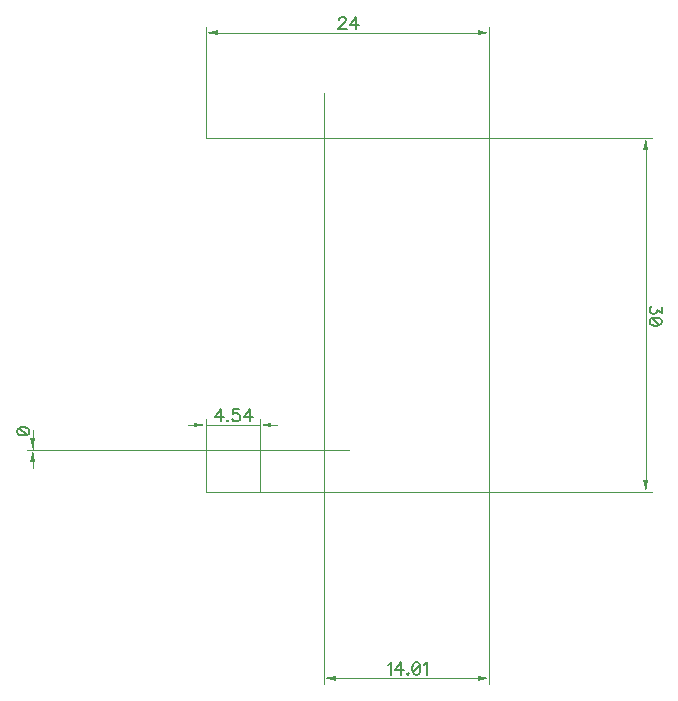
<source format=gbr>
G04 DipTrace 3.3.1.3*
G04 TopDimension.gbr*
%MOMM*%
G04 #@! TF.FileFunction,Drawing,Top*
G04 #@! TF.Part,Single*
%ADD13C,0.035*%
%ADD36C,0.15686*%
%FSLAX35Y35*%
G04*
G71*
G90*
G75*
G01*
G04 TopDimension*
%LPD*%
X0Y3000000D2*
D13*
X3774027D1*
X0Y0D2*
X3774027D1*
X3724027Y1500000D2*
Y2900000D1*
G36*
Y3000000D2*
X3744027Y2900000D1*
X3704027D1*
X3724027Y3000000D1*
G37*
Y1500000D2*
D13*
Y100000D1*
G36*
Y0D2*
X3704027Y100000D1*
X3744027D1*
X3724027Y0D1*
G37*
X0Y3000000D2*
D13*
Y3939600D1*
X2400000Y3000000D2*
Y3939600D1*
X1200000Y3889600D2*
X100000D1*
G36*
X0D2*
X100000Y3909600D1*
Y3869600D1*
X0Y3889600D1*
G37*
X1200000D2*
D13*
X2300000D1*
G36*
X2400000D2*
X2300000Y3869600D1*
Y3909600D1*
X2400000Y3889600D1*
G37*
Y3000000D2*
D13*
Y-1625123D1*
X999273Y3381547D2*
Y-1625123D1*
X1699637Y-1575123D2*
X2300000D1*
G36*
X2400000D2*
X2300000Y-1595123D1*
Y-1555123D1*
X2400000Y-1575123D1*
G37*
X1699637D2*
D13*
X1099273D1*
G36*
X999273D2*
X1099273Y-1555123D1*
Y-1595123D1*
X999273Y-1575123D1*
G37*
X0Y0D2*
D13*
Y618953D1*
X454077Y6333D2*
Y618953D1*
X0Y568953D2*
X454077D1*
X-150000D2*
X-100000D1*
G36*
X0D2*
X-100000Y548953D1*
Y588953D1*
X0Y568953D1*
G37*
X604077D2*
D13*
X554077D1*
G36*
X454077D2*
X554077Y588953D1*
Y548953D1*
X454077Y568953D1*
G37*
X1210267Y356890D2*
D13*
X-1516553D1*
X1210267D2*
X-1516553D1*
X-1466553D2*
D3*
Y506890D2*
Y456890D1*
G36*
Y356890D2*
X-1486553Y456890D1*
X-1446553D1*
X-1466553Y356890D1*
G37*
Y206890D2*
D13*
Y256890D1*
G36*
Y356890D2*
X-1446553Y256890D1*
X-1486553D1*
X-1466553Y356890D1*
G37*
Y524948D2*
D13*
Y356890D1*
X3857017Y1566131D2*
D36*
Y1512785D1*
X3818159Y1541872D1*
Y1527272D1*
X3813330Y1517614D1*
X3808500Y1512785D1*
X3793900Y1507843D1*
X3784242D1*
X3769642Y1512785D1*
X3759871Y1522443D1*
X3755042Y1537043D1*
Y1551643D1*
X3759871Y1566131D1*
X3764813Y1570960D1*
X3774471Y1575902D1*
X3857017Y1447271D2*
X3852188Y1461871D1*
X3837588Y1471641D1*
X3813330Y1476471D1*
X3798730D1*
X3774471Y1471641D1*
X3759871Y1461871D1*
X3755042Y1447271D1*
Y1437612D1*
X3759871Y1423012D1*
X3774471Y1413354D1*
X3798730Y1408412D1*
X3813330D1*
X3837588Y1413354D1*
X3852188Y1423012D1*
X3857017Y1437612D1*
Y1447271D1*
X3837588Y1413354D2*
X3774471Y1471641D1*
X1126625Y3998332D2*
Y4003161D1*
X1131455Y4012932D1*
X1136284Y4017761D1*
X1146055Y4022591D1*
X1165484D1*
X1175142Y4017761D1*
X1179971Y4012932D1*
X1184913Y4003161D1*
Y3993503D1*
X1179971Y3983732D1*
X1170313Y3969245D1*
X1121684Y3920615D1*
X1189742D1*
X1269744D2*
Y4022591D1*
X1221115Y3954645D1*
X1294002D1*
X1545005Y-1461562D2*
X1554776Y-1456620D1*
X1569376Y-1442133D1*
Y-1544108D1*
X1649378D2*
Y-1442133D1*
X1600749Y-1510079D1*
X1673636D1*
X1709838Y-1534337D2*
X1705009Y-1539279D1*
X1709838Y-1544108D1*
X1714780Y-1539279D1*
X1709838Y-1534337D1*
X1775352Y-1442133D2*
X1760752Y-1446962D1*
X1750982Y-1461562D1*
X1746152Y-1485820D1*
Y-1500420D1*
X1750982Y-1524679D1*
X1760752Y-1539279D1*
X1775352Y-1544108D1*
X1785011D1*
X1799611Y-1539279D1*
X1809269Y-1524679D1*
X1814211Y-1500420D1*
Y-1485820D1*
X1809269Y-1461562D1*
X1799611Y-1446962D1*
X1785011Y-1442133D1*
X1775352D1*
X1809269Y-1461562D2*
X1750982Y-1524679D1*
X1845583Y-1461562D2*
X1855354Y-1456620D1*
X1869954Y-1442133D1*
Y-1544108D1*
X124650Y599969D2*
Y701944D1*
X76020Y633998D1*
X148908D1*
X185110Y609739D2*
X180281Y604798D1*
X185110Y599969D1*
X190051Y604798D1*
X185110Y609739D1*
X279712Y701944D2*
X231195D1*
X226365Y658256D1*
X231195Y663086D1*
X245795Y668027D1*
X260282D1*
X274882Y663086D1*
X284653Y653427D1*
X289482Y638827D1*
Y629169D1*
X284653Y614569D1*
X274882Y604798D1*
X260282Y599969D1*
X245795D1*
X231195Y604798D1*
X226365Y609739D1*
X221424Y619398D1*
X369484Y599969D2*
Y701944D1*
X320855Y633998D1*
X393743D1*
X-1599544Y509619D2*
X-1594715Y495019D1*
X-1580115Y485249D1*
X-1555856Y480419D1*
X-1541256D1*
X-1516998Y485249D1*
X-1502398Y495019D1*
X-1497569Y509619D1*
Y519278D1*
X-1502398Y533878D1*
X-1516998Y543536D1*
X-1541256Y548478D1*
X-1555856D1*
X-1580115Y543536D1*
X-1594715Y533878D1*
X-1599544Y519278D1*
Y509619D1*
X-1580115Y543536D2*
X-1516998Y485249D1*
M02*

</source>
